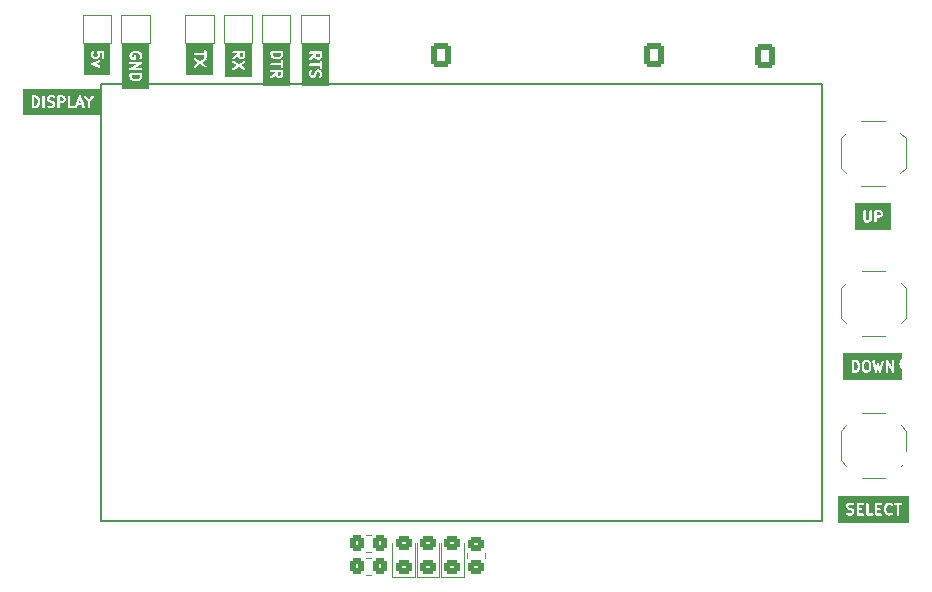
<source format=gto>
G04 #@! TF.GenerationSoftware,KiCad,Pcbnew,7.0.1*
G04 #@! TF.CreationDate,2023-08-31T11:45:27+03:00*
G04 #@! TF.ProjectId,esp32_hotplate_digital,65737033-325f-4686-9f74-706c6174655f,rev?*
G04 #@! TF.SameCoordinates,Original*
G04 #@! TF.FileFunction,Legend,Top*
G04 #@! TF.FilePolarity,Positive*
%FSLAX46Y46*%
G04 Gerber Fmt 4.6, Leading zero omitted, Abs format (unit mm)*
G04 Created by KiCad (PCBNEW 7.0.1) date 2023-08-31 11:45:27*
%MOMM*%
%LPD*%
G01*
G04 APERTURE LIST*
G04 Aperture macros list*
%AMRoundRect*
0 Rectangle with rounded corners*
0 $1 Rounding radius*
0 $2 $3 $4 $5 $6 $7 $8 $9 X,Y pos of 4 corners*
0 Add a 4 corners polygon primitive as box body*
4,1,4,$2,$3,$4,$5,$6,$7,$8,$9,$2,$3,0*
0 Add four circle primitives for the rounded corners*
1,1,$1+$1,$2,$3*
1,1,$1+$1,$4,$5*
1,1,$1+$1,$6,$7*
1,1,$1+$1,$8,$9*
0 Add four rect primitives between the rounded corners*
20,1,$1+$1,$2,$3,$4,$5,0*
20,1,$1+$1,$4,$5,$6,$7,0*
20,1,$1+$1,$6,$7,$8,$9,0*
20,1,$1+$1,$8,$9,$2,$3,0*%
G04 Aperture macros list end*
%ADD10C,0.200000*%
%ADD11C,0.120000*%
%ADD12RoundRect,0.250000X-0.350000X-0.450000X0.350000X-0.450000X0.350000X0.450000X-0.350000X0.450000X0*%
%ADD13RoundRect,0.250000X0.450000X-0.325000X0.450000X0.325000X-0.450000X0.325000X-0.450000X-0.325000X0*%
%ADD14R,2.000000X2.000000*%
%ADD15R,1.000000X1.700000*%
%ADD16C,2.000000*%
%ADD17RoundRect,0.250000X0.450000X-0.350000X0.450000X0.350000X-0.450000X0.350000X-0.450000X-0.350000X0*%
%ADD18C,0.650000*%
%ADD19O,1.600000X1.000000*%
%ADD20O,2.100000X1.000000*%
%ADD21RoundRect,0.250000X-0.600000X-0.750000X0.600000X-0.750000X0.600000X0.750000X-0.600000X0.750000X0*%
%ADD22O,1.700000X2.000000*%
%ADD23RoundRect,0.250000X0.750000X-0.600000X0.750000X0.600000X-0.750000X0.600000X-0.750000X-0.600000X0*%
%ADD24O,2.000000X1.700000*%
%ADD25RoundRect,0.250000X-0.600000X-0.725000X0.600000X-0.725000X0.600000X0.725000X-0.600000X0.725000X0*%
%ADD26O,1.700000X1.950000*%
%ADD27C,1.200000*%
G04 APERTURE END LIST*
D10*
G36*
X78742642Y-55293707D02*
G01*
X78717599Y-55343793D01*
X78697692Y-55363701D01*
X78647608Y-55388743D01*
X78566248Y-55388743D01*
X78516164Y-55363701D01*
X78496256Y-55343793D01*
X78471214Y-55293707D01*
X78471214Y-55193918D01*
X78473709Y-55169845D01*
X78471214Y-55164908D01*
X78471214Y-55074457D01*
X78742642Y-55074457D01*
X78742642Y-55293707D01*
G37*
G36*
X79487571Y-57791600D02*
G01*
X77230429Y-57791600D01*
X77230429Y-56878630D01*
X77840068Y-56878630D01*
X77849206Y-56896907D01*
X77854965Y-56916518D01*
X77862106Y-56922705D01*
X77890450Y-56979393D01*
X77894027Y-56995834D01*
X77913498Y-57015305D01*
X77932279Y-57035495D01*
X77934172Y-57035979D01*
X77948780Y-57050587D01*
X77957373Y-57065054D01*
X77982009Y-57077372D01*
X78006203Y-57090583D01*
X78008151Y-57090443D01*
X78064532Y-57118634D01*
X78084708Y-57131600D01*
X78105143Y-57131600D01*
X78125259Y-57135220D01*
X78133987Y-57131600D01*
X78194400Y-57131600D01*
X78218243Y-57134174D01*
X78236520Y-57125035D01*
X78256132Y-57119277D01*
X78262319Y-57112136D01*
X78319008Y-57083792D01*
X78335448Y-57080216D01*
X78354918Y-57060745D01*
X78375108Y-57041965D01*
X78375592Y-57040071D01*
X78390200Y-57025463D01*
X78404669Y-57016870D01*
X78416993Y-56992220D01*
X78430197Y-56968040D01*
X78430057Y-56966091D01*
X78452690Y-56920825D01*
X78461107Y-56912911D01*
X78465566Y-56895071D01*
X78467087Y-56892031D01*
X78469039Y-56881179D01*
X78508423Y-56723645D01*
X78539113Y-56662263D01*
X78559020Y-56642356D01*
X78609107Y-56617314D01*
X78647608Y-56617314D01*
X78697692Y-56642356D01*
X78717599Y-56662263D01*
X78742642Y-56712350D01*
X78742642Y-56886801D01*
X78700370Y-57013619D01*
X78698789Y-57057330D01*
X78728732Y-57107848D01*
X78781234Y-57134157D01*
X78839626Y-57127907D01*
X78885368Y-57091079D01*
X78933546Y-56946544D01*
X78942642Y-56932391D01*
X78942642Y-56904853D01*
X78943638Y-56877298D01*
X78942642Y-56875618D01*
X78942642Y-56694128D01*
X78945216Y-56670285D01*
X78936077Y-56652007D01*
X78930319Y-56632396D01*
X78923178Y-56626208D01*
X78894834Y-56569519D01*
X78891258Y-56553080D01*
X78871787Y-56533609D01*
X78853007Y-56513420D01*
X78851113Y-56512935D01*
X78836504Y-56498326D01*
X78827912Y-56483860D01*
X78803277Y-56471542D01*
X78779082Y-56458331D01*
X78777132Y-56458470D01*
X78720755Y-56430281D01*
X78700577Y-56417314D01*
X78680141Y-56417314D01*
X78660026Y-56413694D01*
X78651298Y-56417314D01*
X78590885Y-56417314D01*
X78567042Y-56414740D01*
X78548764Y-56423878D01*
X78529153Y-56429637D01*
X78522965Y-56436777D01*
X78466276Y-56465121D01*
X78449837Y-56468698D01*
X78430366Y-56488168D01*
X78410177Y-56506949D01*
X78409692Y-56508842D01*
X78395084Y-56523450D01*
X78380616Y-56532044D01*
X78368291Y-56556693D01*
X78355088Y-56580874D01*
X78355227Y-56582822D01*
X78332594Y-56628088D01*
X78324178Y-56636003D01*
X78319718Y-56653842D01*
X78318198Y-56656883D01*
X78316245Y-56667734D01*
X78276861Y-56825268D01*
X78246171Y-56886650D01*
X78226264Y-56906557D01*
X78176178Y-56931600D01*
X78137677Y-56931600D01*
X78087593Y-56906558D01*
X78067685Y-56886650D01*
X78042642Y-56836564D01*
X78042642Y-56662114D01*
X78084915Y-56535296D01*
X78086496Y-56491585D01*
X78056553Y-56441066D01*
X78004052Y-56414757D01*
X77945660Y-56421007D01*
X77899917Y-56457835D01*
X77851739Y-56602367D01*
X77842642Y-56616523D01*
X77842642Y-56644078D01*
X77841646Y-56671615D01*
X77842642Y-56673295D01*
X77842642Y-56854787D01*
X77840068Y-56878630D01*
X77230429Y-56878630D01*
X77230429Y-56017861D01*
X77839481Y-56017861D01*
X77863876Y-56071280D01*
X77913279Y-56103029D01*
X78742642Y-56103029D01*
X78742642Y-56274551D01*
X78754965Y-56316519D01*
X78799347Y-56354976D01*
X78857474Y-56363333D01*
X78910893Y-56338938D01*
X78942642Y-56289535D01*
X78942642Y-56010183D01*
X78945803Y-55988197D01*
X78942642Y-55981275D01*
X78942642Y-55731507D01*
X78930319Y-55689539D01*
X78885937Y-55651082D01*
X78827810Y-55642725D01*
X78774391Y-55667120D01*
X78742642Y-55716523D01*
X78742642Y-55903029D01*
X77928263Y-55903029D01*
X77886295Y-55915352D01*
X77847838Y-55959734D01*
X77839481Y-56017861D01*
X77230429Y-56017861D01*
X77230429Y-54989289D01*
X77839481Y-54989289D01*
X77863876Y-55042708D01*
X77913279Y-55074457D01*
X78271214Y-55074457D01*
X78271214Y-55136677D01*
X77873516Y-55415066D01*
X77846201Y-55449228D01*
X77840147Y-55507641D01*
X77866635Y-55560053D01*
X77917254Y-55589826D01*
X77975933Y-55587505D01*
X78283176Y-55372434D01*
X78283537Y-55373661D01*
X78290677Y-55379848D01*
X78319021Y-55436537D01*
X78322598Y-55452977D01*
X78342068Y-55472447D01*
X78360849Y-55492637D01*
X78362742Y-55493121D01*
X78377351Y-55507730D01*
X78385944Y-55522197D01*
X78410580Y-55534515D01*
X78434774Y-55547726D01*
X78436722Y-55547586D01*
X78493103Y-55575777D01*
X78513279Y-55588743D01*
X78533714Y-55588743D01*
X78553830Y-55592363D01*
X78562558Y-55588743D01*
X78665829Y-55588743D01*
X78689672Y-55591317D01*
X78707948Y-55582178D01*
X78727561Y-55576420D01*
X78733749Y-55569278D01*
X78790433Y-55540936D01*
X78806876Y-55537359D01*
X78826355Y-55517879D01*
X78846536Y-55499108D01*
X78847020Y-55497214D01*
X78861628Y-55482606D01*
X78876097Y-55474013D01*
X78888421Y-55449363D01*
X78901625Y-55425183D01*
X78901485Y-55423234D01*
X78929675Y-55366853D01*
X78942642Y-55346677D01*
X78942642Y-55326241D01*
X78946262Y-55306126D01*
X78942642Y-55297398D01*
X78942642Y-54981611D01*
X78945803Y-54959625D01*
X78936576Y-54939421D01*
X78930319Y-54918110D01*
X78924568Y-54913127D01*
X78921408Y-54906206D01*
X78902722Y-54894197D01*
X78885937Y-54879653D01*
X78878405Y-54878570D01*
X78872005Y-54874457D01*
X78849796Y-54874457D01*
X78827810Y-54871296D01*
X78820888Y-54874457D01*
X78378368Y-54874457D01*
X78356382Y-54871296D01*
X78349460Y-54874457D01*
X77928263Y-54874457D01*
X77886295Y-54886780D01*
X77847838Y-54931162D01*
X77839481Y-54989289D01*
X77230429Y-54989289D01*
X77230429Y-54171601D01*
X79487571Y-54171601D01*
X79487571Y-57791600D01*
G37*
G36*
X124173582Y-81231416D02*
G01*
X124231130Y-81288964D01*
X124261819Y-81350342D01*
X124299029Y-81499182D01*
X124299029Y-81603130D01*
X124261818Y-81751971D01*
X124231130Y-81813349D01*
X124173582Y-81870896D01*
X124082802Y-81901157D01*
X123984743Y-81901157D01*
X123984743Y-81201157D01*
X124082802Y-81201157D01*
X124173582Y-81231416D01*
G37*
G36*
X125154079Y-81226199D02*
G01*
X125208732Y-81280852D01*
X125241886Y-81413468D01*
X125241886Y-81688845D01*
X125208732Y-81821461D01*
X125154077Y-81876115D01*
X125103993Y-81901157D01*
X124979778Y-81901157D01*
X124929694Y-81876115D01*
X124875039Y-81821460D01*
X124841886Y-81688846D01*
X124841886Y-81413469D01*
X124875039Y-81280852D01*
X124929693Y-81226199D01*
X124979778Y-81201157D01*
X125103993Y-81201157D01*
X125154079Y-81226199D01*
G37*
G36*
X128073314Y-82713371D02*
G01*
X123081887Y-82713371D01*
X123081887Y-82015989D01*
X123781582Y-82015989D01*
X123790808Y-82036192D01*
X123797066Y-82057504D01*
X123802816Y-82062486D01*
X123805977Y-82069408D01*
X123824662Y-82081416D01*
X123841448Y-82095961D01*
X123848979Y-82097043D01*
X123855380Y-82101157D01*
X123877589Y-82101157D01*
X123899575Y-82104318D01*
X123906497Y-82101157D01*
X124086489Y-82101157D01*
X124102796Y-82105311D01*
X124128936Y-82096597D01*
X124155376Y-82088834D01*
X124156655Y-82087357D01*
X124254112Y-82054871D01*
X124277548Y-82049773D01*
X124291996Y-82035324D01*
X124308782Y-82023659D01*
X124312394Y-82014926D01*
X124375159Y-81952161D01*
X124389626Y-81943569D01*
X124401944Y-81918932D01*
X124415155Y-81894739D01*
X124415015Y-81892790D01*
X124437648Y-81847524D01*
X124446065Y-81839611D01*
X124450524Y-81821773D01*
X124452045Y-81818732D01*
X124453998Y-81807877D01*
X124481736Y-81696924D01*
X124637750Y-81696924D01*
X124641886Y-81713468D01*
X124641886Y-81715536D01*
X124645365Y-81727386D01*
X124687354Y-81895340D01*
X124693270Y-81922533D01*
X124704973Y-81934236D01*
X124713350Y-81948514D01*
X124725313Y-81954576D01*
X124790881Y-82020144D01*
X124799474Y-82034611D01*
X124824110Y-82046929D01*
X124848304Y-82060140D01*
X124850252Y-82060000D01*
X124906633Y-82088191D01*
X124926809Y-82101157D01*
X124947244Y-82101157D01*
X124967360Y-82104777D01*
X124976088Y-82101157D01*
X125122215Y-82101157D01*
X125146058Y-82103731D01*
X125164335Y-82094592D01*
X125183947Y-82088834D01*
X125190134Y-82081693D01*
X125246823Y-82053349D01*
X125263263Y-82049773D01*
X125282730Y-82030305D01*
X125302923Y-82011522D01*
X125303407Y-82009628D01*
X125368628Y-81944406D01*
X125388922Y-81925325D01*
X125392936Y-81909267D01*
X125400870Y-81894738D01*
X125399913Y-81881360D01*
X125434909Y-81741376D01*
X125441886Y-81730520D01*
X125441886Y-81713469D01*
X125442388Y-81711461D01*
X125441886Y-81699115D01*
X125441886Y-81417616D01*
X125446022Y-81405390D01*
X125441886Y-81388846D01*
X125441886Y-81386778D01*
X125438406Y-81374928D01*
X125396422Y-81206989D01*
X125390503Y-81179780D01*
X125378797Y-81168074D01*
X125370422Y-81153799D01*
X125358460Y-81147737D01*
X125306477Y-81095755D01*
X125537804Y-81095755D01*
X125756465Y-82014127D01*
X125756937Y-82033010D01*
X125771263Y-82054123D01*
X125783930Y-82076280D01*
X125787593Y-82078188D01*
X125789911Y-82081604D01*
X125813373Y-82091617D01*
X125836013Y-82103411D01*
X125840126Y-82103035D01*
X125843923Y-82104656D01*
X125869072Y-82100396D01*
X125894495Y-82098078D01*
X125897752Y-82095538D01*
X125901824Y-82094849D01*
X125920683Y-82077662D01*
X125940811Y-82061973D01*
X125942178Y-82058075D01*
X125945230Y-82055295D01*
X125951803Y-82030643D01*
X125960254Y-82006560D01*
X125959297Y-82002542D01*
X126027600Y-81746403D01*
X126099705Y-82016797D01*
X126100685Y-82035664D01*
X126115577Y-82056389D01*
X126128831Y-82078193D01*
X126132543Y-82080002D01*
X126134953Y-82083355D01*
X126158677Y-82092735D01*
X126181623Y-82103916D01*
X126185725Y-82103430D01*
X126189563Y-82104948D01*
X126214593Y-82100013D01*
X126239941Y-82097013D01*
X126243128Y-82094387D01*
X126247180Y-82093589D01*
X126265572Y-82075902D01*
X126285271Y-82059678D01*
X126286533Y-82055745D01*
X126289509Y-82052884D01*
X126295420Y-82028057D01*
X126303218Y-82003762D01*
X126302154Y-81999773D01*
X126510367Y-81125277D01*
X126654779Y-81125277D01*
X126656171Y-81127713D01*
X126656171Y-82015536D01*
X126668494Y-82057504D01*
X126712876Y-82095961D01*
X126771003Y-82104318D01*
X126824422Y-82079923D01*
X126856171Y-82030520D01*
X126856171Y-81477713D01*
X127177811Y-82040582D01*
X127182780Y-82057504D01*
X127203008Y-82075031D01*
X127222288Y-82093580D01*
X127225041Y-82094123D01*
X127227162Y-82095961D01*
X127253649Y-82099769D01*
X127279902Y-82104950D01*
X127282511Y-82103918D01*
X127285289Y-82104318D01*
X127309632Y-82093200D01*
X127334517Y-82083367D01*
X127336154Y-82081089D01*
X127338708Y-82079923D01*
X127353177Y-82057407D01*
X127368794Y-82035683D01*
X127368939Y-82032880D01*
X127370457Y-82030520D01*
X127370457Y-82003759D01*
X127371849Y-81977037D01*
X127370457Y-81974601D01*
X127370457Y-81086778D01*
X127358134Y-81044810D01*
X127313752Y-81006353D01*
X127255625Y-80997996D01*
X127202206Y-81022391D01*
X127170457Y-81071794D01*
X127170457Y-81624601D01*
X126848816Y-81061731D01*
X126843848Y-81044810D01*
X126823619Y-81027282D01*
X126804340Y-81008734D01*
X126801586Y-81008190D01*
X126799466Y-81006353D01*
X126772978Y-81002544D01*
X126746726Y-80997364D01*
X126744116Y-80998395D01*
X126741339Y-80997996D01*
X126716995Y-81009113D01*
X126692111Y-81018947D01*
X126690473Y-81021224D01*
X126687920Y-81022391D01*
X126673450Y-81044906D01*
X126657834Y-81066631D01*
X126657688Y-81069433D01*
X126656171Y-81071794D01*
X126656171Y-81098555D01*
X126654779Y-81125277D01*
X126510367Y-81125277D01*
X126513926Y-81110331D01*
X126511659Y-81066650D01*
X126477391Y-81018959D01*
X126422781Y-80997366D01*
X126365164Y-81008724D01*
X126322836Y-81049430D01*
X126193540Y-81592470D01*
X126127272Y-81343967D01*
X126126835Y-81326447D01*
X126111760Y-81304232D01*
X126097798Y-81281264D01*
X126095372Y-81280082D01*
X126093860Y-81277853D01*
X126069166Y-81267313D01*
X126045006Y-81255542D01*
X126042327Y-81255858D01*
X126039849Y-81254801D01*
X126013364Y-81259286D01*
X125986688Y-81262444D01*
X125984607Y-81264157D01*
X125981948Y-81264608D01*
X125962097Y-81282697D01*
X125941358Y-81299779D01*
X125940533Y-81302348D01*
X125938542Y-81304163D01*
X125931622Y-81330110D01*
X125923411Y-81355695D01*
X125924105Y-81358299D01*
X125861660Y-81592469D01*
X125735836Y-81064007D01*
X125714128Y-81026034D01*
X125662045Y-80998903D01*
X125603563Y-81004237D01*
X125557247Y-81040341D01*
X125537804Y-81095755D01*
X125306477Y-81095755D01*
X125292892Y-81082170D01*
X125284299Y-81067702D01*
X125259649Y-81055377D01*
X125235469Y-81042174D01*
X125233520Y-81042313D01*
X125177139Y-81014123D01*
X125156963Y-81001157D01*
X125136527Y-81001157D01*
X125116412Y-80997537D01*
X125107684Y-81001157D01*
X124961557Y-81001157D01*
X124937714Y-80998583D01*
X124919437Y-81007721D01*
X124899825Y-81013480D01*
X124893636Y-81020621D01*
X124836953Y-81048963D01*
X124820511Y-81052540D01*
X124801031Y-81072019D01*
X124780849Y-81090792D01*
X124780364Y-81092685D01*
X124715131Y-81157917D01*
X124694850Y-81176988D01*
X124690835Y-81193046D01*
X124682903Y-81207574D01*
X124683859Y-81220949D01*
X124648862Y-81360937D01*
X124641886Y-81371794D01*
X124641886Y-81388845D01*
X124641384Y-81390853D01*
X124641886Y-81403199D01*
X124641886Y-81684698D01*
X124637750Y-81696924D01*
X124481736Y-81696924D01*
X124492052Y-81655661D01*
X124499029Y-81644805D01*
X124499029Y-81627754D01*
X124499531Y-81625746D01*
X124499029Y-81613400D01*
X124499029Y-81503330D01*
X124503165Y-81491104D01*
X124499029Y-81474560D01*
X124499029Y-81472492D01*
X124495549Y-81460642D01*
X124457506Y-81308468D01*
X124458746Y-81296984D01*
X124450524Y-81280540D01*
X124449699Y-81277239D01*
X124444113Y-81267718D01*
X124408365Y-81196222D01*
X124404788Y-81179780D01*
X124385313Y-81160305D01*
X124366537Y-81140119D01*
X124364642Y-81139634D01*
X124302117Y-81077109D01*
X124287079Y-81058431D01*
X124267691Y-81051968D01*
X124249753Y-81042174D01*
X124240329Y-81042847D01*
X124142547Y-81010254D01*
X124128392Y-81001157D01*
X124100837Y-81001157D01*
X124073299Y-81000161D01*
X124071619Y-81001157D01*
X123891897Y-81001157D01*
X123869911Y-80997996D01*
X123849707Y-81007222D01*
X123828396Y-81013480D01*
X123823413Y-81019230D01*
X123816492Y-81022391D01*
X123804483Y-81041076D01*
X123789939Y-81057862D01*
X123788856Y-81065393D01*
X123784743Y-81071794D01*
X123784743Y-81094003D01*
X123781582Y-81115989D01*
X123784743Y-81122911D01*
X123784743Y-81994003D01*
X123781582Y-82015989D01*
X123081887Y-82015989D01*
X123081887Y-80456229D01*
X128073314Y-80456229D01*
X128073314Y-82713371D01*
G37*
G36*
X128616971Y-94803771D02*
G01*
X122639829Y-94803771D01*
X122639829Y-93374173D01*
X123296208Y-93374173D01*
X123299828Y-93382901D01*
X123299828Y-93443315D01*
X123297254Y-93467158D01*
X123306392Y-93485434D01*
X123312151Y-93505047D01*
X123319292Y-93511235D01*
X123347634Y-93567919D01*
X123351212Y-93584362D01*
X123370691Y-93603841D01*
X123389463Y-93624022D01*
X123391356Y-93624506D01*
X123405964Y-93639114D01*
X123414558Y-93653583D01*
X123439207Y-93665907D01*
X123463388Y-93679111D01*
X123465336Y-93678971D01*
X123510602Y-93701604D01*
X123518517Y-93710021D01*
X123536356Y-93714480D01*
X123539397Y-93716001D01*
X123550248Y-93717953D01*
X123707782Y-93757337D01*
X123769162Y-93788026D01*
X123789072Y-93807936D01*
X123814114Y-93858020D01*
X123814114Y-93896522D01*
X123789072Y-93946605D01*
X123769163Y-93966514D01*
X123719078Y-93991557D01*
X123544627Y-93991557D01*
X123417809Y-93949285D01*
X123374098Y-93947704D01*
X123323580Y-93977647D01*
X123297271Y-94030149D01*
X123303521Y-94088541D01*
X123340349Y-94134283D01*
X123484883Y-94182461D01*
X123499037Y-94191557D01*
X123526575Y-94191557D01*
X123554130Y-94192553D01*
X123555810Y-94191557D01*
X123737300Y-94191557D01*
X123761143Y-94194131D01*
X123779420Y-94184992D01*
X123799032Y-94179234D01*
X123805219Y-94172093D01*
X123861907Y-94143749D01*
X123878349Y-94140173D01*
X123897824Y-94120696D01*
X123913206Y-94106389D01*
X124196667Y-94106389D01*
X124205893Y-94126592D01*
X124212151Y-94147904D01*
X124217901Y-94152886D01*
X124221062Y-94159808D01*
X124239747Y-94171816D01*
X124256533Y-94186361D01*
X124264064Y-94187443D01*
X124270465Y-94191557D01*
X124292674Y-94191557D01*
X124314660Y-94194718D01*
X124321582Y-94191557D01*
X124742779Y-94191557D01*
X124784747Y-94179234D01*
X124823204Y-94134852D01*
X124827296Y-94106389D01*
X125010953Y-94106389D01*
X125020179Y-94126592D01*
X125026437Y-94147904D01*
X125032187Y-94152886D01*
X125035348Y-94159808D01*
X125054033Y-94171816D01*
X125070819Y-94186361D01*
X125078350Y-94187443D01*
X125084751Y-94191557D01*
X125106960Y-94191557D01*
X125128946Y-94194718D01*
X125135868Y-94191557D01*
X125557065Y-94191557D01*
X125599033Y-94179234D01*
X125637490Y-94134852D01*
X125641582Y-94106389D01*
X125739524Y-94106389D01*
X125748750Y-94126592D01*
X125755008Y-94147904D01*
X125760758Y-94152886D01*
X125763919Y-94159808D01*
X125782604Y-94171816D01*
X125799390Y-94186361D01*
X125806921Y-94187443D01*
X125813322Y-94191557D01*
X125835531Y-94191557D01*
X125857517Y-94194718D01*
X125864439Y-94191557D01*
X126285636Y-94191557D01*
X126327604Y-94179234D01*
X126366061Y-94134852D01*
X126374418Y-94076725D01*
X126350023Y-94023306D01*
X126300620Y-93991557D01*
X125942685Y-93991557D01*
X125942685Y-93720128D01*
X126157064Y-93720128D01*
X126199032Y-93707805D01*
X126204401Y-93701609D01*
X126509978Y-93701609D01*
X126514114Y-93718153D01*
X126514114Y-93720221D01*
X126517593Y-93732070D01*
X126555636Y-93884244D01*
X126554397Y-93895729D01*
X126562618Y-93912172D01*
X126563444Y-93915474D01*
X126569029Y-93924994D01*
X126604777Y-93996490D01*
X126608355Y-94012933D01*
X126627834Y-94032412D01*
X126646606Y-94052593D01*
X126648499Y-94053077D01*
X126711021Y-94115599D01*
X126726064Y-94134283D01*
X126745451Y-94140745D01*
X126763389Y-94150540D01*
X126772813Y-94149866D01*
X126870594Y-94182459D01*
X126884751Y-94191557D01*
X126912307Y-94191557D01*
X126939844Y-94192553D01*
X126941524Y-94191557D01*
X126987289Y-94191557D01*
X127003594Y-94195711D01*
X127029729Y-94186999D01*
X127056175Y-94179234D01*
X127057454Y-94177757D01*
X127154910Y-94145272D01*
X127178349Y-94140173D01*
X127192798Y-94125722D01*
X127209582Y-94114059D01*
X127213194Y-94105326D01*
X127252136Y-94066384D01*
X127273098Y-94027994D01*
X127268908Y-93969418D01*
X127233714Y-93922407D01*
X127178691Y-93901885D01*
X127121308Y-93914369D01*
X127074381Y-93961296D01*
X126983601Y-93991557D01*
X126930342Y-93991557D01*
X126839560Y-93961296D01*
X126782013Y-93903749D01*
X126751323Y-93842370D01*
X126714114Y-93693531D01*
X126714114Y-93589583D01*
X126751323Y-93440742D01*
X126782013Y-93379363D01*
X126839559Y-93321817D01*
X126930341Y-93291557D01*
X126983600Y-93291557D01*
X127074383Y-93321818D01*
X127110714Y-93358149D01*
X127149103Y-93379111D01*
X127207679Y-93374922D01*
X127254691Y-93339729D01*
X127275214Y-93284706D01*
X127262730Y-93227323D01*
X127241796Y-93206389D01*
X127325239Y-93206389D01*
X127349634Y-93259808D01*
X127399037Y-93291557D01*
X127585543Y-93291557D01*
X127585543Y-94105936D01*
X127597866Y-94147904D01*
X127642248Y-94186361D01*
X127700375Y-94194718D01*
X127753794Y-94170323D01*
X127785543Y-94120920D01*
X127785543Y-93291557D01*
X127957065Y-93291557D01*
X127999033Y-93279234D01*
X128037490Y-93234852D01*
X128045847Y-93176725D01*
X128021452Y-93123306D01*
X127972049Y-93091557D01*
X127692697Y-93091557D01*
X127670711Y-93088396D01*
X127663789Y-93091557D01*
X127414021Y-93091557D01*
X127372053Y-93103880D01*
X127333596Y-93148262D01*
X127325239Y-93206389D01*
X127241796Y-93206389D01*
X127202921Y-93167514D01*
X127187879Y-93148831D01*
X127168491Y-93142368D01*
X127150554Y-93132574D01*
X127141129Y-93133248D01*
X127043347Y-93100654D01*
X127029191Y-93091557D01*
X127001635Y-93091557D01*
X126974098Y-93090561D01*
X126972418Y-93091557D01*
X126926654Y-93091557D01*
X126910348Y-93087403D01*
X126884213Y-93096114D01*
X126857767Y-93103880D01*
X126856487Y-93105356D01*
X126759033Y-93137841D01*
X126735596Y-93142940D01*
X126721144Y-93157391D01*
X126704362Y-93169055D01*
X126700750Y-93177784D01*
X126637981Y-93240552D01*
X126623517Y-93249144D01*
X126611203Y-93273771D01*
X126597988Y-93297974D01*
X126598127Y-93299923D01*
X126575495Y-93345187D01*
X126567078Y-93353102D01*
X126562618Y-93370941D01*
X126561098Y-93373982D01*
X126559145Y-93384833D01*
X126521090Y-93537051D01*
X126514114Y-93547908D01*
X126514114Y-93564959D01*
X126513612Y-93566967D01*
X126514114Y-93579313D01*
X126514114Y-93689383D01*
X126509978Y-93701609D01*
X126204401Y-93701609D01*
X126237489Y-93663423D01*
X126245846Y-93605296D01*
X126221451Y-93551877D01*
X126172048Y-93520128D01*
X125942685Y-93520128D01*
X125942685Y-93291557D01*
X126285636Y-93291557D01*
X126327604Y-93279234D01*
X126366061Y-93234852D01*
X126374418Y-93176725D01*
X126350023Y-93123306D01*
X126300620Y-93091557D01*
X125849839Y-93091557D01*
X125827853Y-93088396D01*
X125807649Y-93097622D01*
X125786338Y-93103880D01*
X125781355Y-93109630D01*
X125774434Y-93112791D01*
X125762425Y-93131476D01*
X125747881Y-93148262D01*
X125746798Y-93155793D01*
X125742685Y-93162194D01*
X125742685Y-93184403D01*
X125739524Y-93206389D01*
X125742685Y-93213311D01*
X125742685Y-93612974D01*
X125739524Y-93634960D01*
X125742685Y-93641882D01*
X125742685Y-94084403D01*
X125739524Y-94106389D01*
X125641582Y-94106389D01*
X125645847Y-94076725D01*
X125621452Y-94023306D01*
X125572049Y-93991557D01*
X125214114Y-93991557D01*
X125214114Y-93177178D01*
X125201791Y-93135210D01*
X125157409Y-93096753D01*
X125099282Y-93088396D01*
X125045863Y-93112791D01*
X125014114Y-93162194D01*
X125014114Y-94084403D01*
X125010953Y-94106389D01*
X124827296Y-94106389D01*
X124831561Y-94076725D01*
X124807166Y-94023306D01*
X124757763Y-93991557D01*
X124399828Y-93991557D01*
X124399828Y-93720128D01*
X124614207Y-93720128D01*
X124656175Y-93707805D01*
X124694632Y-93663423D01*
X124702989Y-93605296D01*
X124678594Y-93551877D01*
X124629191Y-93520128D01*
X124399828Y-93520128D01*
X124399828Y-93291557D01*
X124742779Y-93291557D01*
X124784747Y-93279234D01*
X124823204Y-93234852D01*
X124831561Y-93176725D01*
X124807166Y-93123306D01*
X124757763Y-93091557D01*
X124306982Y-93091557D01*
X124284996Y-93088396D01*
X124264792Y-93097622D01*
X124243481Y-93103880D01*
X124238498Y-93109630D01*
X124231577Y-93112791D01*
X124219568Y-93131476D01*
X124205024Y-93148262D01*
X124203941Y-93155793D01*
X124199828Y-93162194D01*
X124199828Y-93184403D01*
X124196667Y-93206389D01*
X124199828Y-93213311D01*
X124199828Y-93612974D01*
X124196667Y-93634960D01*
X124199828Y-93641882D01*
X124199828Y-94084403D01*
X124196667Y-94106389D01*
X123913206Y-94106389D01*
X123918008Y-94101922D01*
X123918492Y-94100028D01*
X123933103Y-94085417D01*
X123947568Y-94076826D01*
X123959883Y-94052194D01*
X123973098Y-94027994D01*
X123972958Y-94026045D01*
X124001148Y-93969666D01*
X124014114Y-93949491D01*
X124014114Y-93929056D01*
X124017734Y-93908940D01*
X124014114Y-93900212D01*
X124014114Y-93839799D01*
X124016688Y-93815956D01*
X124007549Y-93797679D01*
X124001791Y-93778067D01*
X123994649Y-93771878D01*
X123966307Y-93715195D01*
X123962731Y-93698753D01*
X123943252Y-93679274D01*
X123924479Y-93659091D01*
X123922585Y-93658606D01*
X123907977Y-93643999D01*
X123899384Y-93629530D01*
X123874732Y-93617204D01*
X123850555Y-93604002D01*
X123848605Y-93604141D01*
X123803339Y-93581508D01*
X123795425Y-93573092D01*
X123777585Y-93568632D01*
X123774545Y-93567112D01*
X123763693Y-93565159D01*
X123606159Y-93525775D01*
X123544777Y-93495085D01*
X123524870Y-93475178D01*
X123499828Y-93425094D01*
X123499828Y-93386591D01*
X123524870Y-93336506D01*
X123544777Y-93316599D01*
X123594864Y-93291557D01*
X123769314Y-93291557D01*
X123896133Y-93333830D01*
X123939844Y-93335410D01*
X123990362Y-93305467D01*
X124016672Y-93252965D01*
X124010421Y-93194573D01*
X123973593Y-93148831D01*
X123829061Y-93100654D01*
X123814905Y-93091557D01*
X123787349Y-93091557D01*
X123759812Y-93090561D01*
X123758132Y-93091557D01*
X123576642Y-93091557D01*
X123552799Y-93088983D01*
X123534521Y-93098121D01*
X123514910Y-93103880D01*
X123508722Y-93111020D01*
X123452033Y-93139364D01*
X123435594Y-93142941D01*
X123416123Y-93162411D01*
X123395934Y-93181192D01*
X123395449Y-93183085D01*
X123380840Y-93197694D01*
X123366374Y-93206287D01*
X123354056Y-93230921D01*
X123340845Y-93255117D01*
X123340984Y-93257066D01*
X123312795Y-93313443D01*
X123299828Y-93333622D01*
X123299828Y-93354058D01*
X123296208Y-93374173D01*
X122639829Y-93374173D01*
X122639829Y-92546629D01*
X128616971Y-92546629D01*
X128616971Y-94803771D01*
G37*
G36*
X72240242Y-55280964D02*
G01*
X72215199Y-55331050D01*
X72195292Y-55350958D01*
X72145208Y-55376000D01*
X72063848Y-55376000D01*
X72013764Y-55350958D01*
X71993856Y-55331050D01*
X71968814Y-55280964D01*
X71968814Y-55181175D01*
X71971309Y-55157102D01*
X71968814Y-55152165D01*
X71968814Y-55061714D01*
X72240242Y-55061714D01*
X72240242Y-55280964D01*
G37*
G36*
X72985171Y-57093143D02*
G01*
X70728029Y-57093143D01*
X70728029Y-55789097D01*
X71336846Y-55789097D01*
X71360340Y-55842917D01*
X71709964Y-56076000D01*
X71372808Y-56300771D01*
X71344724Y-56334304D01*
X71337345Y-56392564D01*
X71362634Y-56445564D01*
X71412564Y-56476480D01*
X71471281Y-56475493D01*
X71890242Y-56196185D01*
X72296736Y-56467181D01*
X72338491Y-56480207D01*
X72395108Y-56464611D01*
X72434304Y-56420882D01*
X72443638Y-56362903D01*
X72420143Y-56309082D01*
X72070519Y-56076000D01*
X72407676Y-55851229D01*
X72435760Y-55817696D01*
X72443139Y-55759436D01*
X72417850Y-55706436D01*
X72367920Y-55675520D01*
X72309203Y-55676508D01*
X71890242Y-55955815D01*
X71483748Y-55684819D01*
X71441993Y-55671793D01*
X71385376Y-55687389D01*
X71346180Y-55731118D01*
X71336846Y-55789097D01*
X70728029Y-55789097D01*
X70728029Y-54976546D01*
X71337081Y-54976546D01*
X71361476Y-55029965D01*
X71410879Y-55061714D01*
X71768814Y-55061714D01*
X71768814Y-55123934D01*
X71371116Y-55402323D01*
X71343801Y-55436485D01*
X71337747Y-55494898D01*
X71364235Y-55547310D01*
X71414854Y-55577083D01*
X71473533Y-55574762D01*
X71780776Y-55359691D01*
X71781137Y-55360918D01*
X71788277Y-55367105D01*
X71816621Y-55423794D01*
X71820198Y-55440234D01*
X71839668Y-55459704D01*
X71858449Y-55479894D01*
X71860342Y-55480378D01*
X71874951Y-55494987D01*
X71883544Y-55509454D01*
X71908180Y-55521772D01*
X71932374Y-55534983D01*
X71934322Y-55534843D01*
X71990703Y-55563034D01*
X72010879Y-55576000D01*
X72031314Y-55576000D01*
X72051430Y-55579620D01*
X72060158Y-55576000D01*
X72163429Y-55576000D01*
X72187272Y-55578574D01*
X72205548Y-55569435D01*
X72225161Y-55563677D01*
X72231349Y-55556535D01*
X72288033Y-55528193D01*
X72304476Y-55524616D01*
X72323955Y-55505136D01*
X72344136Y-55486365D01*
X72344620Y-55484471D01*
X72359228Y-55469863D01*
X72373697Y-55461270D01*
X72386021Y-55436620D01*
X72399225Y-55412440D01*
X72399085Y-55410491D01*
X72427275Y-55354110D01*
X72440242Y-55333934D01*
X72440242Y-55313498D01*
X72443862Y-55293383D01*
X72440242Y-55284655D01*
X72440242Y-54968868D01*
X72443403Y-54946882D01*
X72434176Y-54926678D01*
X72427919Y-54905367D01*
X72422168Y-54900384D01*
X72419008Y-54893463D01*
X72400322Y-54881454D01*
X72383537Y-54866910D01*
X72376005Y-54865827D01*
X72369605Y-54861714D01*
X72347396Y-54861714D01*
X72325410Y-54858553D01*
X72318488Y-54861714D01*
X71875968Y-54861714D01*
X71853982Y-54858553D01*
X71847060Y-54861714D01*
X71425863Y-54861714D01*
X71383895Y-54874037D01*
X71345438Y-54918419D01*
X71337081Y-54976546D01*
X70728029Y-54976546D01*
X70728029Y-54158858D01*
X72985171Y-54158858D01*
X72985171Y-57093143D01*
G37*
G36*
X61021771Y-56884400D02*
G01*
X58764629Y-56884400D01*
X58764629Y-55944085D01*
X59372999Y-55944085D01*
X59377696Y-55967229D01*
X59379710Y-55990755D01*
X59383458Y-55995619D01*
X59384680Y-56001637D01*
X59401143Y-56018567D01*
X59415556Y-56037270D01*
X59421337Y-56039334D01*
X59425620Y-56043739D01*
X59448630Y-56049082D01*
X60056750Y-56266267D01*
X60100417Y-56268778D01*
X60151561Y-56239916D01*
X60178982Y-56187986D01*
X60173975Y-56129474D01*
X60138128Y-56082959D01*
X59774162Y-55952971D01*
X60124017Y-55828024D01*
X60159395Y-55802304D01*
X60180684Y-55747573D01*
X60169004Y-55690021D01*
X60128064Y-55647919D01*
X60070860Y-55634636D01*
X59462321Y-55851971D01*
X59453267Y-55851451D01*
X59435145Y-55861677D01*
X59429667Y-55863634D01*
X59422689Y-55868706D01*
X59402123Y-55880313D01*
X59399255Y-55885743D01*
X59394289Y-55889354D01*
X59385728Y-55911361D01*
X59374702Y-55932243D01*
X59375225Y-55938360D01*
X59372999Y-55944085D01*
X58764629Y-55944085D01*
X58764629Y-55064159D01*
X59373222Y-55064159D01*
X59376842Y-55072887D01*
X59376842Y-55261873D01*
X59374268Y-55285716D01*
X59383406Y-55303993D01*
X59389165Y-55323604D01*
X59396306Y-55329791D01*
X59424650Y-55386479D01*
X59428227Y-55402920D01*
X59447698Y-55422391D01*
X59466479Y-55442581D01*
X59468372Y-55443065D01*
X59482980Y-55457673D01*
X59491573Y-55472140D01*
X59516209Y-55484458D01*
X59540403Y-55497669D01*
X59542351Y-55497529D01*
X59598732Y-55525720D01*
X59618908Y-55538686D01*
X59639343Y-55538686D01*
X59659459Y-55542306D01*
X59668187Y-55538686D01*
X59857172Y-55538686D01*
X59881015Y-55541260D01*
X59899291Y-55532121D01*
X59918904Y-55526363D01*
X59925092Y-55519221D01*
X59981776Y-55490879D01*
X59998219Y-55487302D01*
X60017698Y-55467822D01*
X60037879Y-55449051D01*
X60038363Y-55447157D01*
X60052971Y-55432549D01*
X60067440Y-55423956D01*
X60079764Y-55399306D01*
X60092968Y-55375126D01*
X60092828Y-55373177D01*
X60121018Y-55316796D01*
X60133985Y-55296620D01*
X60133985Y-55276184D01*
X60137605Y-55256069D01*
X60133985Y-55247341D01*
X60133985Y-55058357D01*
X60135574Y-55043629D01*
X60276842Y-55057756D01*
X60276842Y-55410208D01*
X60289165Y-55452176D01*
X60333547Y-55490633D01*
X60391674Y-55498990D01*
X60445093Y-55474595D01*
X60476842Y-55425192D01*
X60476842Y-54979443D01*
X60480967Y-54962764D01*
X60472182Y-54937008D01*
X60464519Y-54910910D01*
X60462760Y-54909386D01*
X60462009Y-54907182D01*
X60440690Y-54890262D01*
X60420137Y-54872453D01*
X60417832Y-54872121D01*
X60416010Y-54870675D01*
X60388946Y-54867968D01*
X60362010Y-54864096D01*
X60359891Y-54865063D01*
X59978399Y-54826914D01*
X59970425Y-54822560D01*
X59949685Y-54824043D01*
X59943914Y-54823466D01*
X59935422Y-54825063D01*
X59911849Y-54826749D01*
X59906946Y-54830419D01*
X59900928Y-54831551D01*
X59883753Y-54847781D01*
X59864837Y-54861942D01*
X59862696Y-54867680D01*
X59858245Y-54871887D01*
X59852571Y-54894825D01*
X59844314Y-54916965D01*
X59845616Y-54922950D01*
X59844146Y-54928894D01*
X59851774Y-54951259D01*
X59856798Y-54974348D01*
X59861127Y-54978677D01*
X59863105Y-54984475D01*
X59881618Y-54999168D01*
X59908942Y-55026492D01*
X59933985Y-55076579D01*
X59933985Y-55243650D01*
X59908942Y-55293736D01*
X59889035Y-55313644D01*
X59838951Y-55338686D01*
X59671877Y-55338686D01*
X59621793Y-55313644D01*
X59601885Y-55293736D01*
X59576842Y-55243650D01*
X59576842Y-55076579D01*
X59601885Y-55026493D01*
X59643435Y-54984943D01*
X59664397Y-54946554D01*
X59660208Y-54887978D01*
X59625015Y-54840966D01*
X59569992Y-54820443D01*
X59512609Y-54832927D01*
X59457857Y-54887678D01*
X59443389Y-54896272D01*
X59431064Y-54920920D01*
X59417860Y-54945103D01*
X59417999Y-54947050D01*
X59389807Y-55003433D01*
X59376842Y-55023609D01*
X59376842Y-55044044D01*
X59373222Y-55064159D01*
X58764629Y-55064159D01*
X58764629Y-54164401D01*
X61021771Y-54164401D01*
X61021771Y-56884400D01*
G37*
G36*
X54745953Y-58828616D02*
G01*
X54803501Y-58886164D01*
X54834190Y-58947542D01*
X54871400Y-59096382D01*
X54871400Y-59200330D01*
X54834189Y-59349171D01*
X54803501Y-59410549D01*
X54745953Y-59468096D01*
X54655173Y-59498357D01*
X54557114Y-59498357D01*
X54557114Y-58798357D01*
X54655173Y-58798357D01*
X54745953Y-58828616D01*
G37*
G36*
X58518371Y-59241214D02*
G01*
X58367285Y-59241214D01*
X58442827Y-59014584D01*
X58518371Y-59241214D01*
G37*
G36*
X57012164Y-58823399D02*
G01*
X57032072Y-58843307D01*
X57057114Y-58893391D01*
X57057114Y-58974751D01*
X57032072Y-59024835D01*
X57012164Y-59044742D01*
X56962078Y-59069785D01*
X56742828Y-59069785D01*
X56742828Y-58798357D01*
X56962078Y-58798357D01*
X57012164Y-58823399D01*
G37*
G36*
X60188543Y-60310571D02*
G01*
X53654258Y-60310571D01*
X53654258Y-59613189D01*
X54353953Y-59613189D01*
X54363179Y-59633392D01*
X54369437Y-59654704D01*
X54375187Y-59659686D01*
X54378348Y-59666608D01*
X54397033Y-59678616D01*
X54413819Y-59693161D01*
X54421350Y-59694243D01*
X54427751Y-59698357D01*
X54449960Y-59698357D01*
X54471946Y-59701518D01*
X54478868Y-59698357D01*
X54658860Y-59698357D01*
X54675167Y-59702511D01*
X54701307Y-59693797D01*
X54727747Y-59686034D01*
X54729026Y-59684557D01*
X54826483Y-59652071D01*
X54849919Y-59646973D01*
X54864367Y-59632524D01*
X54881153Y-59620859D01*
X54884513Y-59612736D01*
X55257114Y-59612736D01*
X55269437Y-59654704D01*
X55313819Y-59693161D01*
X55371946Y-59701518D01*
X55425365Y-59677123D01*
X55457114Y-59627720D01*
X55457114Y-58880973D01*
X55639208Y-58880973D01*
X55642828Y-58889701D01*
X55642828Y-58950115D01*
X55640254Y-58973958D01*
X55649392Y-58992234D01*
X55655151Y-59011847D01*
X55662292Y-59018035D01*
X55690634Y-59074719D01*
X55694212Y-59091162D01*
X55713691Y-59110641D01*
X55732463Y-59130822D01*
X55734356Y-59131306D01*
X55748964Y-59145914D01*
X55757558Y-59160383D01*
X55782207Y-59172707D01*
X55806388Y-59185911D01*
X55808336Y-59185771D01*
X55853602Y-59208404D01*
X55861517Y-59216821D01*
X55879356Y-59221280D01*
X55882397Y-59222801D01*
X55893248Y-59224753D01*
X56050782Y-59264137D01*
X56112162Y-59294826D01*
X56132072Y-59314736D01*
X56157114Y-59364820D01*
X56157114Y-59403322D01*
X56132072Y-59453405D01*
X56112163Y-59473314D01*
X56062078Y-59498357D01*
X55887627Y-59498357D01*
X55760809Y-59456085D01*
X55717098Y-59454504D01*
X55666580Y-59484447D01*
X55640271Y-59536949D01*
X55646521Y-59595341D01*
X55683349Y-59641083D01*
X55827883Y-59689261D01*
X55842037Y-59698357D01*
X55869575Y-59698357D01*
X55897130Y-59699353D01*
X55898810Y-59698357D01*
X56080300Y-59698357D01*
X56104143Y-59700931D01*
X56122420Y-59691792D01*
X56142032Y-59686034D01*
X56148219Y-59678893D01*
X56204907Y-59650549D01*
X56221349Y-59646973D01*
X56240824Y-59627496D01*
X56261008Y-59608722D01*
X56261492Y-59606828D01*
X56276103Y-59592217D01*
X56290568Y-59583626D01*
X56302883Y-59558994D01*
X56316098Y-59534794D01*
X56315958Y-59532845D01*
X56344148Y-59476466D01*
X56357114Y-59456291D01*
X56357114Y-59435856D01*
X56360734Y-59415740D01*
X56357114Y-59407012D01*
X56357114Y-59346599D01*
X56359688Y-59322756D01*
X56350549Y-59304479D01*
X56344791Y-59284867D01*
X56337649Y-59278678D01*
X56309307Y-59221995D01*
X56305731Y-59205553D01*
X56286252Y-59186074D01*
X56284897Y-59184617D01*
X56539667Y-59184617D01*
X56542828Y-59191539D01*
X56542828Y-59612736D01*
X56555151Y-59654704D01*
X56599533Y-59693161D01*
X56657660Y-59701518D01*
X56711079Y-59677123D01*
X56742828Y-59627720D01*
X56742828Y-59613189D01*
X57439667Y-59613189D01*
X57448893Y-59633392D01*
X57455151Y-59654704D01*
X57460901Y-59659686D01*
X57464062Y-59666608D01*
X57482747Y-59678616D01*
X57499533Y-59693161D01*
X57507064Y-59694243D01*
X57513465Y-59698357D01*
X57535674Y-59698357D01*
X57557660Y-59701518D01*
X57564582Y-59698357D01*
X57985779Y-59698357D01*
X58027747Y-59686034D01*
X58057913Y-59651219D01*
X58071775Y-59674605D01*
X58124276Y-59700914D01*
X58182669Y-59694664D01*
X58228411Y-59657836D01*
X58300618Y-59441214D01*
X58585038Y-59441214D01*
X58652507Y-59643621D01*
X58677469Y-59679538D01*
X58731734Y-59701987D01*
X58789521Y-59691534D01*
X58832484Y-59651498D01*
X58846982Y-59594590D01*
X58759462Y-59332032D01*
X58760275Y-59326382D01*
X58750293Y-59304524D01*
X58557875Y-58727272D01*
X58814127Y-58727272D01*
X59114257Y-59198905D01*
X59114257Y-59612736D01*
X59126580Y-59654704D01*
X59170962Y-59693161D01*
X59229089Y-59701518D01*
X59282508Y-59677123D01*
X59314257Y-59627720D01*
X59314257Y-59198905D01*
X59606343Y-58739914D01*
X59618478Y-58697891D01*
X59601681Y-58641619D01*
X59557128Y-58603361D01*
X59498964Y-58595263D01*
X59445655Y-58619897D01*
X59214256Y-58983522D01*
X58990903Y-58632538D01*
X58957975Y-58603748D01*
X58899885Y-58595130D01*
X58846359Y-58619287D01*
X58814389Y-58668548D01*
X58814127Y-58727272D01*
X58557875Y-58727272D01*
X58543416Y-58683895D01*
X58543824Y-58672628D01*
X58534310Y-58656576D01*
X58533149Y-58653093D01*
X58527009Y-58644259D01*
X58513881Y-58622109D01*
X58510404Y-58620367D01*
X58508187Y-58617176D01*
X58484395Y-58607333D01*
X58461379Y-58595800D01*
X58457515Y-58596213D01*
X58453922Y-58594727D01*
X58428585Y-58599310D01*
X58402987Y-58602050D01*
X58399958Y-58604488D01*
X58396135Y-58605180D01*
X58377301Y-58622730D01*
X58357245Y-58638878D01*
X58356016Y-58642564D01*
X58353171Y-58645216D01*
X58346813Y-58670173D01*
X58139957Y-59290741D01*
X58133738Y-59297919D01*
X58130835Y-59318107D01*
X58055948Y-59542768D01*
X58050166Y-59530106D01*
X58000763Y-59498357D01*
X57642828Y-59498357D01*
X57642828Y-58683978D01*
X57630505Y-58642010D01*
X57586123Y-58603553D01*
X57527996Y-58595196D01*
X57474577Y-58619591D01*
X57442828Y-58668994D01*
X57442828Y-59591203D01*
X57439667Y-59613189D01*
X56742828Y-59613189D01*
X56742828Y-59269785D01*
X56980300Y-59269785D01*
X57004143Y-59272359D01*
X57022420Y-59263220D01*
X57042032Y-59257462D01*
X57048219Y-59250321D01*
X57104908Y-59221977D01*
X57121348Y-59218401D01*
X57140818Y-59198930D01*
X57161008Y-59180150D01*
X57161492Y-59178256D01*
X57176101Y-59163647D01*
X57190568Y-59155055D01*
X57202886Y-59130418D01*
X57216097Y-59106225D01*
X57215957Y-59104276D01*
X57244148Y-59047895D01*
X57257114Y-59027720D01*
X57257114Y-59007285D01*
X57260734Y-58987169D01*
X57257114Y-58978441D01*
X57257114Y-58875170D01*
X57259688Y-58851327D01*
X57250549Y-58833050D01*
X57244791Y-58813438D01*
X57237649Y-58807249D01*
X57209307Y-58750565D01*
X57205730Y-58734123D01*
X57186255Y-58714648D01*
X57167479Y-58694462D01*
X57165584Y-58693977D01*
X57150977Y-58679370D01*
X57142384Y-58664902D01*
X57117734Y-58652577D01*
X57093554Y-58639374D01*
X57091605Y-58639513D01*
X57035224Y-58611323D01*
X57015048Y-58598357D01*
X56994612Y-58598357D01*
X56974497Y-58594737D01*
X56965769Y-58598357D01*
X56649982Y-58598357D01*
X56627996Y-58595196D01*
X56607792Y-58604422D01*
X56586481Y-58610680D01*
X56581498Y-58616430D01*
X56574577Y-58619591D01*
X56562568Y-58638276D01*
X56548024Y-58655062D01*
X56546941Y-58662593D01*
X56542828Y-58668994D01*
X56542828Y-58691203D01*
X56539667Y-58713189D01*
X56542828Y-58720111D01*
X56542828Y-59162631D01*
X56539667Y-59184617D01*
X56284897Y-59184617D01*
X56267479Y-59165891D01*
X56265585Y-59165406D01*
X56250977Y-59150799D01*
X56242384Y-59136330D01*
X56217732Y-59124004D01*
X56193555Y-59110802D01*
X56191605Y-59110941D01*
X56146339Y-59088308D01*
X56138425Y-59079892D01*
X56120585Y-59075432D01*
X56117545Y-59073912D01*
X56106693Y-59071959D01*
X55949159Y-59032575D01*
X55887777Y-59001885D01*
X55867870Y-58981978D01*
X55842828Y-58931894D01*
X55842828Y-58893391D01*
X55867870Y-58843306D01*
X55887777Y-58823399D01*
X55937864Y-58798357D01*
X56112314Y-58798357D01*
X56239133Y-58840630D01*
X56282844Y-58842210D01*
X56333362Y-58812267D01*
X56359672Y-58759765D01*
X56353421Y-58701373D01*
X56316593Y-58655631D01*
X56172061Y-58607454D01*
X56157905Y-58598357D01*
X56130349Y-58598357D01*
X56102812Y-58597361D01*
X56101132Y-58598357D01*
X55919642Y-58598357D01*
X55895799Y-58595783D01*
X55877521Y-58604921D01*
X55857910Y-58610680D01*
X55851722Y-58617820D01*
X55795033Y-58646164D01*
X55778594Y-58649741D01*
X55759123Y-58669211D01*
X55738934Y-58687992D01*
X55738449Y-58689885D01*
X55723840Y-58704494D01*
X55709374Y-58713087D01*
X55697056Y-58737721D01*
X55683845Y-58761917D01*
X55683984Y-58763866D01*
X55655795Y-58820243D01*
X55642828Y-58840422D01*
X55642828Y-58860858D01*
X55639208Y-58880973D01*
X55457114Y-58880973D01*
X55457114Y-58683978D01*
X55444791Y-58642010D01*
X55400409Y-58603553D01*
X55342282Y-58595196D01*
X55288863Y-58619591D01*
X55257114Y-58668994D01*
X55257114Y-59612736D01*
X54884513Y-59612736D01*
X54884765Y-59612126D01*
X54947530Y-59549361D01*
X54961997Y-59540769D01*
X54974315Y-59516132D01*
X54987526Y-59491939D01*
X54987386Y-59489990D01*
X55010019Y-59444724D01*
X55018436Y-59436811D01*
X55022895Y-59418973D01*
X55024416Y-59415932D01*
X55026369Y-59405077D01*
X55064423Y-59252861D01*
X55071400Y-59242005D01*
X55071400Y-59224954D01*
X55071902Y-59222946D01*
X55071400Y-59210600D01*
X55071400Y-59100530D01*
X55075536Y-59088304D01*
X55071400Y-59071760D01*
X55071400Y-59069692D01*
X55067920Y-59057842D01*
X55029877Y-58905668D01*
X55031117Y-58894184D01*
X55022895Y-58877740D01*
X55022070Y-58874439D01*
X55016484Y-58864918D01*
X54980736Y-58793422D01*
X54977159Y-58776980D01*
X54957684Y-58757505D01*
X54938908Y-58737319D01*
X54937013Y-58736834D01*
X54874488Y-58674309D01*
X54859450Y-58655631D01*
X54840062Y-58649168D01*
X54822124Y-58639374D01*
X54812700Y-58640047D01*
X54714918Y-58607454D01*
X54700763Y-58598357D01*
X54673208Y-58598357D01*
X54645670Y-58597361D01*
X54643990Y-58598357D01*
X54464268Y-58598357D01*
X54442282Y-58595196D01*
X54422078Y-58604422D01*
X54400767Y-58610680D01*
X54395784Y-58616430D01*
X54388863Y-58619591D01*
X54376854Y-58638276D01*
X54362310Y-58655062D01*
X54361227Y-58662593D01*
X54357114Y-58668994D01*
X54357114Y-58691203D01*
X54353953Y-58713189D01*
X54357114Y-58720111D01*
X54357114Y-59591203D01*
X54353953Y-59613189D01*
X53654258Y-59613189D01*
X53654258Y-58053429D01*
X60188543Y-58053429D01*
X60188543Y-60310571D01*
G37*
G36*
X63528042Y-57017772D02*
G01*
X63497781Y-57108553D01*
X63440233Y-57166102D01*
X63378856Y-57196790D01*
X63230017Y-57234000D01*
X63126069Y-57234000D01*
X62977227Y-57196789D01*
X62915851Y-57166101D01*
X62858303Y-57108552D01*
X62828042Y-57017771D01*
X62828042Y-56919714D01*
X63528042Y-56919714D01*
X63528042Y-57017772D01*
G37*
G36*
X64272971Y-58094000D02*
G01*
X62015829Y-58094000D01*
X62015829Y-57037767D01*
X62623888Y-57037767D01*
X62632600Y-57063903D01*
X62640365Y-57090347D01*
X62641841Y-57091626D01*
X62674327Y-57189081D01*
X62679426Y-57212518D01*
X62693875Y-57226968D01*
X62705541Y-57243753D01*
X62714272Y-57247365D01*
X62777037Y-57310130D01*
X62785630Y-57324597D01*
X62810266Y-57336915D01*
X62834460Y-57350126D01*
X62836408Y-57349986D01*
X62881674Y-57372619D01*
X62889588Y-57381036D01*
X62907425Y-57385495D01*
X62910467Y-57387016D01*
X62921321Y-57388969D01*
X63073537Y-57427023D01*
X63084394Y-57434000D01*
X63101445Y-57434000D01*
X63103453Y-57434502D01*
X63115799Y-57434000D01*
X63225869Y-57434000D01*
X63238095Y-57438136D01*
X63254639Y-57434000D01*
X63256707Y-57434000D01*
X63268556Y-57430520D01*
X63420730Y-57392477D01*
X63432215Y-57393717D01*
X63448658Y-57385495D01*
X63451960Y-57384670D01*
X63461480Y-57379084D01*
X63532976Y-57343336D01*
X63549419Y-57339759D01*
X63568895Y-57320282D01*
X63589079Y-57301508D01*
X63589563Y-57299614D01*
X63652084Y-57237092D01*
X63670768Y-57222050D01*
X63677229Y-57202664D01*
X63687026Y-57184724D01*
X63686351Y-57175298D01*
X63718944Y-57077519D01*
X63728042Y-57063363D01*
X63728042Y-57035807D01*
X63729038Y-57008270D01*
X63728042Y-57006590D01*
X63728042Y-56826868D01*
X63731203Y-56804882D01*
X63721976Y-56784678D01*
X63715719Y-56763367D01*
X63709968Y-56758384D01*
X63706808Y-56751463D01*
X63688122Y-56739454D01*
X63671337Y-56724910D01*
X63663805Y-56723827D01*
X63657405Y-56719714D01*
X63635196Y-56719714D01*
X63613210Y-56716553D01*
X63606288Y-56719714D01*
X62735196Y-56719714D01*
X62713210Y-56716553D01*
X62693006Y-56725779D01*
X62671695Y-56732037D01*
X62666712Y-56737787D01*
X62659791Y-56740948D01*
X62647782Y-56759633D01*
X62633238Y-56776419D01*
X62632155Y-56783950D01*
X62628042Y-56790351D01*
X62628042Y-56812560D01*
X62624881Y-56834546D01*
X62628042Y-56841468D01*
X62628042Y-57021461D01*
X62623888Y-57037767D01*
X62015829Y-57037767D01*
X62015829Y-56400588D01*
X62624249Y-56400588D01*
X62625280Y-56403197D01*
X62624881Y-56405975D01*
X62635998Y-56430318D01*
X62645832Y-56455203D01*
X62648109Y-56456840D01*
X62649276Y-56459394D01*
X62671791Y-56473863D01*
X62693516Y-56489480D01*
X62696318Y-56489625D01*
X62698679Y-56491143D01*
X62725440Y-56491143D01*
X62752162Y-56492535D01*
X62754598Y-56491143D01*
X63642421Y-56491143D01*
X63684389Y-56478820D01*
X63722846Y-56434438D01*
X63731203Y-56376311D01*
X63706808Y-56322892D01*
X63657405Y-56291143D01*
X63104598Y-56291143D01*
X63667467Y-55969502D01*
X63684389Y-55964534D01*
X63701916Y-55944305D01*
X63720465Y-55925026D01*
X63721008Y-55922272D01*
X63722846Y-55920152D01*
X63726654Y-55893664D01*
X63731835Y-55867412D01*
X63730803Y-55864802D01*
X63731203Y-55862025D01*
X63720085Y-55837681D01*
X63710252Y-55812797D01*
X63707974Y-55811159D01*
X63706808Y-55808606D01*
X63684292Y-55794136D01*
X63662568Y-55778520D01*
X63659765Y-55778374D01*
X63657405Y-55776857D01*
X63630644Y-55776857D01*
X63603922Y-55775465D01*
X63601486Y-55776857D01*
X62713663Y-55776857D01*
X62671695Y-55789180D01*
X62633238Y-55833562D01*
X62624881Y-55891689D01*
X62649276Y-55945108D01*
X62698679Y-55976857D01*
X63251486Y-55976857D01*
X62688616Y-56298497D01*
X62671695Y-56303466D01*
X62654167Y-56323694D01*
X62635619Y-56342974D01*
X62635075Y-56345727D01*
X62633238Y-56347848D01*
X62629429Y-56374335D01*
X62624249Y-56400588D01*
X62015829Y-56400588D01*
X62015829Y-55323481D01*
X62623888Y-55323481D01*
X62632600Y-55349619D01*
X62640365Y-55376061D01*
X62641841Y-55377340D01*
X62674328Y-55474799D01*
X62679427Y-55498234D01*
X62693875Y-55512682D01*
X62705541Y-55529468D01*
X62714273Y-55533080D01*
X62730287Y-55549094D01*
X62734991Y-55559394D01*
X62750650Y-55569457D01*
X62753214Y-55572021D01*
X62762694Y-55577197D01*
X62784394Y-55591143D01*
X62788233Y-55591143D01*
X62791603Y-55592983D01*
X62817332Y-55591143D01*
X63106603Y-55591143D01*
X63128589Y-55594304D01*
X63148792Y-55585077D01*
X63170104Y-55578820D01*
X63175086Y-55573069D01*
X63182008Y-55569909D01*
X63194016Y-55551223D01*
X63208561Y-55534438D01*
X63209643Y-55526906D01*
X63213757Y-55520506D01*
X63213757Y-55498297D01*
X63216918Y-55476311D01*
X63213757Y-55469389D01*
X63213757Y-55305335D01*
X63201434Y-55263367D01*
X63157052Y-55224910D01*
X63098925Y-55216553D01*
X63045506Y-55240948D01*
X63013757Y-55290351D01*
X63013757Y-55391143D01*
X62857262Y-55391143D01*
X62828042Y-55303486D01*
X62828042Y-55250229D01*
X62858303Y-55159446D01*
X62915850Y-55101898D01*
X62977228Y-55071209D01*
X63126068Y-55034000D01*
X63230016Y-55034000D01*
X63378856Y-55071209D01*
X63440235Y-55101899D01*
X63497781Y-55159445D01*
X63528042Y-55250227D01*
X63528042Y-55338966D01*
X63489312Y-55416426D01*
X63481565Y-55459474D01*
X63504063Y-55513719D01*
X63552316Y-55547189D01*
X63611005Y-55549259D01*
X63661496Y-55519270D01*
X63715076Y-55412110D01*
X63728042Y-55391935D01*
X63728042Y-55371500D01*
X63731662Y-55351384D01*
X63728042Y-55342656D01*
X63728042Y-55246540D01*
X63732196Y-55230234D01*
X63723484Y-55204099D01*
X63715719Y-55177653D01*
X63714242Y-55176373D01*
X63681757Y-55078919D01*
X63676659Y-55055482D01*
X63662207Y-55041030D01*
X63650544Y-55024248D01*
X63641814Y-55020636D01*
X63579046Y-54957867D01*
X63570455Y-54943403D01*
X63545827Y-54931089D01*
X63521625Y-54917874D01*
X63519675Y-54918013D01*
X63474411Y-54895381D01*
X63466497Y-54886964D01*
X63448657Y-54882504D01*
X63445617Y-54880984D01*
X63434765Y-54879031D01*
X63282547Y-54840976D01*
X63271691Y-54834000D01*
X63254640Y-54834000D01*
X63252632Y-54833498D01*
X63240286Y-54834000D01*
X63130216Y-54834000D01*
X63117990Y-54829864D01*
X63101446Y-54834000D01*
X63099378Y-54834000D01*
X63087528Y-54837479D01*
X62935354Y-54875522D01*
X62923870Y-54874283D01*
X62907426Y-54882504D01*
X62904125Y-54883330D01*
X62894604Y-54888915D01*
X62823108Y-54924663D01*
X62806666Y-54928241D01*
X62787191Y-54947715D01*
X62767005Y-54966492D01*
X62766520Y-54968386D01*
X62703996Y-55030910D01*
X62685317Y-55045949D01*
X62678853Y-55065339D01*
X62669060Y-55083276D01*
X62669733Y-55092698D01*
X62637139Y-55190481D01*
X62628042Y-55204637D01*
X62628042Y-55232192D01*
X62627046Y-55259729D01*
X62628042Y-55261409D01*
X62628042Y-55307174D01*
X62623888Y-55323481D01*
X62015829Y-55323481D01*
X62015829Y-54174001D01*
X64272971Y-54174001D01*
X64272971Y-58094000D01*
G37*
G36*
X69708571Y-56884400D02*
G01*
X67451429Y-56884400D01*
X67451429Y-55580354D01*
X68060246Y-55580354D01*
X68083740Y-55634174D01*
X68433364Y-55867257D01*
X68096208Y-56092028D01*
X68068124Y-56125561D01*
X68060745Y-56183821D01*
X68086034Y-56236821D01*
X68135964Y-56267737D01*
X68194681Y-56266750D01*
X68613642Y-55987442D01*
X69020136Y-56258438D01*
X69061891Y-56271464D01*
X69118508Y-56255868D01*
X69157704Y-56212139D01*
X69167038Y-56154160D01*
X69143543Y-56100339D01*
X68793919Y-55867257D01*
X69131076Y-55642486D01*
X69159160Y-55608953D01*
X69166539Y-55550693D01*
X69141250Y-55497693D01*
X69091320Y-55466777D01*
X69032603Y-55467765D01*
X68613642Y-55747072D01*
X68207148Y-55476076D01*
X68165393Y-55463050D01*
X68108776Y-55478646D01*
X68069580Y-55522375D01*
X68060246Y-55580354D01*
X67451429Y-55580354D01*
X67451429Y-55110661D01*
X68060481Y-55110661D01*
X68084876Y-55164080D01*
X68134279Y-55195829D01*
X68963642Y-55195829D01*
X68963642Y-55367351D01*
X68975965Y-55409319D01*
X69020347Y-55447776D01*
X69078474Y-55456133D01*
X69131893Y-55431738D01*
X69163642Y-55382335D01*
X69163642Y-55102983D01*
X69166803Y-55080997D01*
X69163642Y-55074075D01*
X69163642Y-54824307D01*
X69151319Y-54782339D01*
X69106937Y-54743882D01*
X69048810Y-54735525D01*
X68995391Y-54759920D01*
X68963642Y-54809323D01*
X68963642Y-54995829D01*
X68149263Y-54995829D01*
X68107295Y-55008152D01*
X68068838Y-55052534D01*
X68060481Y-55110661D01*
X67451429Y-55110661D01*
X67451429Y-54164401D01*
X69708571Y-54164401D01*
X69708571Y-56884400D01*
G37*
G36*
X126182650Y-68526199D02*
G01*
X126202558Y-68546107D01*
X126227600Y-68596191D01*
X126227600Y-68677551D01*
X126202558Y-68727635D01*
X126182650Y-68747542D01*
X126132564Y-68772585D01*
X125913314Y-68772585D01*
X125913314Y-68501157D01*
X126132564Y-68501157D01*
X126182650Y-68526199D01*
G37*
G36*
X127087600Y-70013371D02*
G01*
X124067601Y-70013371D01*
X124067601Y-69148186D01*
X124767883Y-69148186D01*
X124777021Y-69166462D01*
X124782780Y-69186075D01*
X124789921Y-69192263D01*
X124818263Y-69248947D01*
X124821841Y-69265390D01*
X124841320Y-69284869D01*
X124860092Y-69305050D01*
X124861985Y-69305534D01*
X124876595Y-69320144D01*
X124885188Y-69334611D01*
X124909824Y-69346929D01*
X124934018Y-69360140D01*
X124935966Y-69360000D01*
X124992347Y-69388191D01*
X125012523Y-69401157D01*
X125032958Y-69401157D01*
X125053074Y-69404777D01*
X125061802Y-69401157D01*
X125207929Y-69401157D01*
X125231772Y-69403731D01*
X125250049Y-69394592D01*
X125269661Y-69388834D01*
X125275848Y-69381693D01*
X125332536Y-69353349D01*
X125348978Y-69349773D01*
X125368453Y-69330296D01*
X125388637Y-69311522D01*
X125389121Y-69309628D01*
X125403732Y-69295017D01*
X125418197Y-69286426D01*
X125430512Y-69261794D01*
X125443727Y-69237594D01*
X125443587Y-69235645D01*
X125471777Y-69179266D01*
X125484743Y-69159091D01*
X125484743Y-69138656D01*
X125488363Y-69118540D01*
X125484743Y-69109812D01*
X125484743Y-68887417D01*
X125710153Y-68887417D01*
X125713314Y-68894339D01*
X125713314Y-69315536D01*
X125725637Y-69357504D01*
X125770019Y-69395961D01*
X125828146Y-69404318D01*
X125881565Y-69379923D01*
X125913314Y-69330520D01*
X125913314Y-68972585D01*
X126150786Y-68972585D01*
X126174629Y-68975159D01*
X126192906Y-68966020D01*
X126212518Y-68960262D01*
X126218705Y-68953121D01*
X126275394Y-68924777D01*
X126291834Y-68921201D01*
X126311304Y-68901730D01*
X126331494Y-68882950D01*
X126331978Y-68881056D01*
X126346587Y-68866447D01*
X126361054Y-68857855D01*
X126373372Y-68833218D01*
X126386583Y-68809025D01*
X126386443Y-68807076D01*
X126414634Y-68750695D01*
X126427600Y-68730520D01*
X126427600Y-68710085D01*
X126431220Y-68689969D01*
X126427600Y-68681241D01*
X126427600Y-68577970D01*
X126430174Y-68554127D01*
X126421035Y-68535850D01*
X126415277Y-68516238D01*
X126408135Y-68510049D01*
X126379793Y-68453365D01*
X126376216Y-68436923D01*
X126356741Y-68417448D01*
X126337965Y-68397262D01*
X126336070Y-68396777D01*
X126321463Y-68382170D01*
X126312870Y-68367702D01*
X126288220Y-68355377D01*
X126264040Y-68342174D01*
X126262091Y-68342313D01*
X126205710Y-68314123D01*
X126185534Y-68301157D01*
X126165098Y-68301157D01*
X126144983Y-68297537D01*
X126136255Y-68301157D01*
X125820468Y-68301157D01*
X125798482Y-68297996D01*
X125778278Y-68307222D01*
X125756967Y-68313480D01*
X125751984Y-68319230D01*
X125745063Y-68322391D01*
X125733054Y-68341076D01*
X125718510Y-68357862D01*
X125717427Y-68365393D01*
X125713314Y-68371794D01*
X125713314Y-68394003D01*
X125710153Y-68415989D01*
X125713314Y-68422911D01*
X125713314Y-68865431D01*
X125710153Y-68887417D01*
X125484743Y-68887417D01*
X125484743Y-68386778D01*
X125472420Y-68344810D01*
X125428038Y-68306353D01*
X125369911Y-68297996D01*
X125316492Y-68322391D01*
X125284743Y-68371794D01*
X125284743Y-69106122D01*
X125259701Y-69156205D01*
X125239792Y-69176114D01*
X125189707Y-69201157D01*
X125065492Y-69201157D01*
X125015408Y-69176115D01*
X124995499Y-69156206D01*
X124970457Y-69106122D01*
X124970457Y-68386778D01*
X124958134Y-68344810D01*
X124913752Y-68306353D01*
X124855625Y-68297996D01*
X124802206Y-68322391D01*
X124770457Y-68371794D01*
X124770457Y-69124343D01*
X124767883Y-69148186D01*
X124067601Y-69148186D01*
X124067601Y-67756229D01*
X127087600Y-67756229D01*
X127087600Y-70013371D01*
G37*
G36*
X75466042Y-56857992D02*
G01*
X75440999Y-56908078D01*
X75421092Y-56927986D01*
X75371008Y-56953028D01*
X75289648Y-56953028D01*
X75239564Y-56927986D01*
X75219656Y-56908078D01*
X75194614Y-56857992D01*
X75194614Y-56758203D01*
X75197109Y-56734130D01*
X75194614Y-56729193D01*
X75194614Y-56638742D01*
X75466042Y-56638742D01*
X75466042Y-56857992D01*
G37*
G36*
X75466042Y-55151086D02*
G01*
X75435781Y-55241867D01*
X75378233Y-55299416D01*
X75316856Y-55330104D01*
X75168017Y-55367314D01*
X75064069Y-55367314D01*
X74915227Y-55330103D01*
X74853851Y-55299415D01*
X74796303Y-55241866D01*
X74766042Y-55151085D01*
X74766042Y-55053028D01*
X75466042Y-55053028D01*
X75466042Y-55151086D01*
G37*
G36*
X76210971Y-57813028D02*
G01*
X73953829Y-57813028D01*
X73953829Y-56553574D01*
X74562881Y-56553574D01*
X74587276Y-56606993D01*
X74636679Y-56638742D01*
X74994614Y-56638742D01*
X74994614Y-56700962D01*
X74596916Y-56979351D01*
X74569601Y-57013513D01*
X74563547Y-57071926D01*
X74590035Y-57124338D01*
X74640654Y-57154111D01*
X74699333Y-57151790D01*
X75006576Y-56936719D01*
X75006937Y-56937946D01*
X75014077Y-56944133D01*
X75042421Y-57000822D01*
X75045998Y-57017262D01*
X75065468Y-57036732D01*
X75084249Y-57056922D01*
X75086142Y-57057406D01*
X75100751Y-57072015D01*
X75109344Y-57086482D01*
X75133980Y-57098800D01*
X75158174Y-57112011D01*
X75160122Y-57111871D01*
X75216503Y-57140062D01*
X75236679Y-57153028D01*
X75257114Y-57153028D01*
X75277230Y-57156648D01*
X75285958Y-57153028D01*
X75389229Y-57153028D01*
X75413072Y-57155602D01*
X75431348Y-57146463D01*
X75450961Y-57140705D01*
X75457149Y-57133563D01*
X75513833Y-57105221D01*
X75530276Y-57101644D01*
X75549755Y-57082164D01*
X75569936Y-57063393D01*
X75570420Y-57061499D01*
X75585028Y-57046891D01*
X75599497Y-57038298D01*
X75611821Y-57013648D01*
X75625025Y-56989468D01*
X75624885Y-56987519D01*
X75653075Y-56931138D01*
X75666042Y-56910962D01*
X75666042Y-56890526D01*
X75669662Y-56870411D01*
X75666042Y-56861683D01*
X75666042Y-56545896D01*
X75669203Y-56523910D01*
X75659976Y-56503706D01*
X75653719Y-56482395D01*
X75647968Y-56477412D01*
X75644808Y-56470491D01*
X75626122Y-56458482D01*
X75609337Y-56443938D01*
X75601805Y-56442855D01*
X75595405Y-56438742D01*
X75573196Y-56438742D01*
X75551210Y-56435581D01*
X75544288Y-56438742D01*
X75101768Y-56438742D01*
X75079782Y-56435581D01*
X75072860Y-56438742D01*
X74651663Y-56438742D01*
X74609695Y-56451065D01*
X74571238Y-56495447D01*
X74562881Y-56553574D01*
X73953829Y-56553574D01*
X73953829Y-55996432D01*
X74562881Y-55996432D01*
X74587276Y-56049851D01*
X74636679Y-56081600D01*
X75466042Y-56081600D01*
X75466042Y-56253122D01*
X75478365Y-56295090D01*
X75522747Y-56333547D01*
X75580874Y-56341904D01*
X75634293Y-56317509D01*
X75666042Y-56268106D01*
X75666042Y-55988754D01*
X75669203Y-55966768D01*
X75666042Y-55959846D01*
X75666042Y-55710078D01*
X75653719Y-55668110D01*
X75609337Y-55629653D01*
X75551210Y-55621296D01*
X75497791Y-55645691D01*
X75466042Y-55695094D01*
X75466042Y-55881600D01*
X74651663Y-55881600D01*
X74609695Y-55893923D01*
X74571238Y-55938305D01*
X74562881Y-55996432D01*
X73953829Y-55996432D01*
X73953829Y-55171081D01*
X74561888Y-55171081D01*
X74570600Y-55197217D01*
X74578365Y-55223661D01*
X74579841Y-55224940D01*
X74612327Y-55322395D01*
X74617426Y-55345832D01*
X74631875Y-55360282D01*
X74643541Y-55377067D01*
X74652272Y-55380679D01*
X74715037Y-55443444D01*
X74723630Y-55457911D01*
X74748266Y-55470229D01*
X74772460Y-55483440D01*
X74774408Y-55483300D01*
X74819674Y-55505933D01*
X74827588Y-55514350D01*
X74845425Y-55518809D01*
X74848467Y-55520330D01*
X74859321Y-55522283D01*
X75011537Y-55560337D01*
X75022394Y-55567314D01*
X75039445Y-55567314D01*
X75041453Y-55567816D01*
X75053799Y-55567314D01*
X75163869Y-55567314D01*
X75176095Y-55571450D01*
X75192639Y-55567314D01*
X75194707Y-55567314D01*
X75206556Y-55563834D01*
X75358730Y-55525791D01*
X75370215Y-55527031D01*
X75386658Y-55518809D01*
X75389960Y-55517984D01*
X75399480Y-55512398D01*
X75470976Y-55476650D01*
X75487419Y-55473073D01*
X75506895Y-55453596D01*
X75527079Y-55434822D01*
X75527563Y-55432928D01*
X75590084Y-55370406D01*
X75608768Y-55355364D01*
X75615229Y-55335978D01*
X75625026Y-55318038D01*
X75624351Y-55308612D01*
X75656944Y-55210833D01*
X75666042Y-55196677D01*
X75666042Y-55169121D01*
X75667038Y-55141584D01*
X75666042Y-55139904D01*
X75666042Y-54960182D01*
X75669203Y-54938196D01*
X75659976Y-54917992D01*
X75653719Y-54896681D01*
X75647968Y-54891698D01*
X75644808Y-54884777D01*
X75626122Y-54872768D01*
X75609337Y-54858224D01*
X75601805Y-54857141D01*
X75595405Y-54853028D01*
X75573196Y-54853028D01*
X75551210Y-54849867D01*
X75544288Y-54853028D01*
X74673196Y-54853028D01*
X74651210Y-54849867D01*
X74631006Y-54859093D01*
X74609695Y-54865351D01*
X74604712Y-54871101D01*
X74597791Y-54874262D01*
X74585782Y-54892947D01*
X74571238Y-54909733D01*
X74570155Y-54917264D01*
X74566042Y-54923665D01*
X74566042Y-54945874D01*
X74562881Y-54967860D01*
X74566042Y-54974782D01*
X74566042Y-55154775D01*
X74561888Y-55171081D01*
X73953829Y-55171081D01*
X73953829Y-54150172D01*
X76210971Y-54150172D01*
X76210971Y-57813028D01*
G37*
D11*
X82637136Y-95801000D02*
X83091264Y-95801000D01*
X82637136Y-97271000D02*
X83091264Y-97271000D01*
X82637136Y-97756800D02*
X83091264Y-97756800D01*
X82637136Y-99226800D02*
X83091264Y-99226800D01*
X86958800Y-99412000D02*
X88878800Y-99412000D01*
X88878800Y-99412000D02*
X88878800Y-96552000D01*
X86958800Y-96552000D02*
X86958800Y-99412000D01*
X61093200Y-54184400D02*
X58693200Y-54184400D01*
X61093200Y-51784400D02*
X61093200Y-54184400D01*
X58693200Y-54184400D02*
X58693200Y-51784400D01*
X58693200Y-51784400D02*
X61093200Y-51784400D01*
X79559000Y-54184400D02*
X77159000Y-54184400D01*
X79559000Y-51784400D02*
X79559000Y-54184400D01*
X77159000Y-54184400D02*
X77159000Y-51784400D01*
X77159000Y-51784400D02*
X79559000Y-51784400D01*
X126608000Y-60755400D02*
X124608000Y-60755400D01*
X127908000Y-61805400D02*
X128358000Y-62255400D01*
X123308000Y-61805400D02*
X122858000Y-62255400D01*
X128358000Y-62255400D02*
X128358000Y-64755400D01*
X122858000Y-62255400D02*
X122858000Y-64755400D01*
X127908000Y-65205400D02*
X128358000Y-64755400D01*
X123308000Y-65205400D02*
X122858000Y-64755400D01*
X126608000Y-66255400D02*
X124608000Y-66255400D01*
X69780000Y-54184400D02*
X67380000Y-54184400D01*
X69780000Y-51784400D02*
X69780000Y-54184400D01*
X67380000Y-54184400D02*
X67380000Y-51784400D01*
X67380000Y-51784400D02*
X69780000Y-51784400D01*
X76257000Y-54184400D02*
X73857000Y-54184400D01*
X76257000Y-51784400D02*
X76257000Y-54184400D01*
X73857000Y-54184400D02*
X73857000Y-51784400D01*
X73857000Y-51784400D02*
X76257000Y-51784400D01*
X64344400Y-54184400D02*
X61944400Y-54184400D01*
X64344400Y-51784400D02*
X64344400Y-54184400D01*
X61944400Y-54184400D02*
X61944400Y-51784400D01*
X61944400Y-51784400D02*
X64344400Y-51784400D01*
X73031200Y-54184400D02*
X70631200Y-54184400D01*
X73031200Y-51784400D02*
X73031200Y-54184400D01*
X70631200Y-54184400D02*
X70631200Y-51784400D01*
X70631200Y-51784400D02*
X73031200Y-51784400D01*
D10*
X60223200Y-57683400D02*
X121234000Y-57683400D01*
X121234000Y-57683400D02*
X121234000Y-94691200D01*
X121234000Y-94691200D02*
X60223200Y-94691200D01*
X60223200Y-94691200D02*
X60223200Y-57683400D01*
D11*
X84901400Y-99412000D02*
X86821400Y-99412000D01*
X86821400Y-99412000D02*
X86821400Y-96552000D01*
X84901400Y-96552000D02*
X84901400Y-99412000D01*
X91247800Y-97804464D02*
X91247800Y-97350336D01*
X92717800Y-97804464D02*
X92717800Y-97350336D01*
X126633000Y-85515400D02*
X124633000Y-85515400D01*
X127933000Y-86565400D02*
X128383000Y-87015400D01*
X123333000Y-86565400D02*
X122883000Y-87015400D01*
X128383000Y-87015400D02*
X128383000Y-89515400D01*
X122883000Y-87015400D02*
X122883000Y-89515400D01*
X127933000Y-89965400D02*
X128383000Y-89515400D01*
X123333000Y-89965400D02*
X122883000Y-89515400D01*
X126633000Y-91015400D02*
X124633000Y-91015400D01*
X89016200Y-99412000D02*
X90936200Y-99412000D01*
X90936200Y-99412000D02*
X90936200Y-96552000D01*
X89016200Y-96552000D02*
X89016200Y-99412000D01*
X126633000Y-73450400D02*
X124633000Y-73450400D01*
X127933000Y-74500400D02*
X128383000Y-74950400D01*
X123333000Y-74500400D02*
X122883000Y-74950400D01*
X128383000Y-74950400D02*
X128383000Y-77450400D01*
X122883000Y-74950400D02*
X122883000Y-77450400D01*
X127933000Y-77900400D02*
X128383000Y-77450400D01*
X123333000Y-77900400D02*
X122883000Y-77450400D01*
X126633000Y-78950400D02*
X124633000Y-78950400D01*
%LPC*%
D12*
X81864200Y-96536000D03*
X83864200Y-96536000D03*
X81864200Y-98491800D03*
X83864200Y-98491800D03*
D13*
X87918800Y-98577000D03*
X87918800Y-96527000D03*
D14*
X59893200Y-52984400D03*
X78359000Y-52984400D03*
D15*
X127508000Y-60355400D03*
X127508000Y-66655400D03*
X123708000Y-60355400D03*
X123708000Y-66655400D03*
D14*
X68580000Y-52984400D03*
X75057000Y-52984400D03*
X63144400Y-52984400D03*
X71831200Y-52984400D03*
D16*
X62738000Y-68580000D03*
X62738000Y-71120000D03*
X62738000Y-73660000D03*
X62738000Y-76200000D03*
X62738000Y-78740000D03*
X62738000Y-81280000D03*
X62738000Y-83820000D03*
D13*
X85861400Y-98577000D03*
X85861400Y-96527000D03*
D17*
X91982800Y-98577400D03*
X91982800Y-96577400D03*
D15*
X127533000Y-85115400D03*
X127533000Y-91415400D03*
X123733000Y-85115400D03*
X123733000Y-91415400D03*
D13*
X89976200Y-98577000D03*
X89976200Y-96527000D03*
D15*
X127533000Y-73050400D03*
X127533000Y-79350400D03*
X123733000Y-73050400D03*
X123733000Y-79350400D03*
D18*
X48826800Y-66009000D03*
X48826800Y-60229000D03*
D19*
X45176800Y-67439000D03*
D20*
X49356800Y-67439000D03*
D19*
X45176800Y-58799000D03*
D20*
X49356800Y-58799000D03*
D21*
X116438000Y-55245000D03*
D22*
X118938000Y-55245000D03*
D23*
X47625000Y-82637000D03*
D24*
X47625000Y-80137000D03*
D25*
X89052400Y-55219600D03*
D26*
X91552400Y-55219600D03*
X94052400Y-55219600D03*
X96552400Y-55219600D03*
D27*
X128397000Y-81384600D03*
X128397000Y-89384600D03*
D23*
X47625000Y-74041000D03*
D24*
X47625000Y-71541000D03*
D21*
X107040000Y-55228000D03*
D22*
X109540000Y-55228000D03*
D23*
X47625000Y-91146000D03*
D24*
X47625000Y-88646000D03*
M02*

</source>
